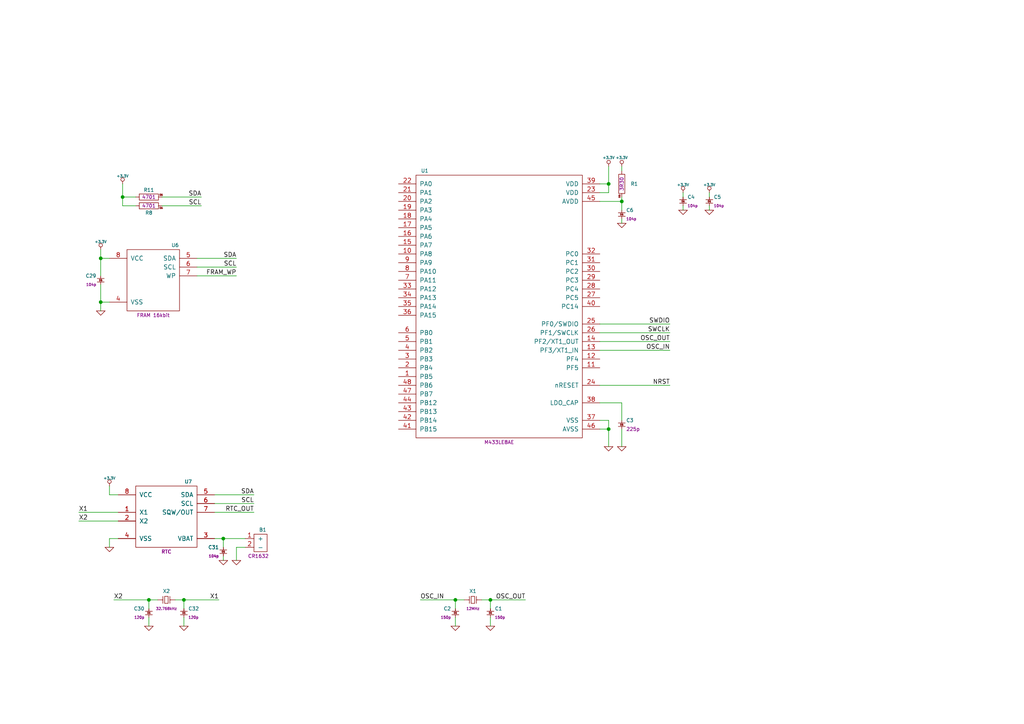
<source format=kicad_sch>
(kicad_sch (version 20231120) (generator "eeschema") (generator_version "8.0")
  (paper "A4")
  (title_block (comment 1 "See the file \"LICENSE\" in the main directory of this archive for more details.") (comment 2 "This file is subject to the terms and conditions of the MIT License.") (comment 3 "Copyright (c) 2024 Yoon-Ki Hong"))
  (lib_symbols
    (symbol "BatteryHolder:GT-CR1632-1Au" (pin_names (offset 1.016))
      (property "Reference" "B" (at -1.27 6.35 0))
      (property "#Value" "CR1632" (at 0 -1.27 0))
      (symbol "GT-CR1632-1Au_0_1"
        (rectangle (start 1.27 0) (end -2.54 5.08))
      )
      (symbol "GT-CR1632-1Au_1_1"
        (pin passive line (at 3.81 3.81 180) (length 2.54) (name "+") (number "1"))
        (pin passive line (at 3.81 1.27 180) (length 2.54) (name "-") (number "2"))
      )
    )
    (symbol "Capacitor_MLCC:0603B104K500" (pin_numbers hide) (pin_names (offset 1.016) hide)
      (property "Reference" "C" (at 1.27 1.27 0))
      (property "#Value" "104p" (at 1.27 -1.27 0))
      (symbol "0603B104K500_0_0"
        (text "06" (at 0 0 0) (effects (font (size 0.508 0.508))))
      )
      (symbol "0603B104K500_0_1"
        (polyline (pts (xy -1.016 -0.508) (xy 1.016 -0.508)))
        (polyline (pts (xy -1.016 0.508) (xy 1.016 0.508)))
        (polyline (pts (xy 0 1.27) (xy 0 0.635) (xy 0 0.635)))
      )
      (symbol "0603B104K500_1_1"
        (pin passive line (at 0 -1.27 90) (length 0.762) (name "~") (number "1"))
        (pin passive line (at 0 1.27 270) (length 0.762) (name "~") (number "2"))
      )
    )
    (symbol "Capacitor_MLCC:0603N120J500" (pin_numbers hide) (pin_names (offset 1.016) hide)
      (property "Reference" "C" (at 1.27 1.27 0))
      (property "#Value" "120p" (at 1.27 -1.27 0))
      (symbol "0603N120J500_0_0"
        (text "06" (at 0 0 0) (effects (font (size 0.508 0.508))))
      )
      (symbol "0603N120J500_0_1"
        (polyline (pts (xy -1.016 -0.508) (xy 1.016 -0.508)))
        (polyline (pts (xy -1.016 0.508) (xy 1.016 0.508)))
        (polyline (pts (xy 0 1.27) (xy 0 0.635) (xy 0 0.635)))
      )
      (symbol "0603N120J500_1_1"
        (pin passive line (at 0 -1.27 90) (length 0.762) (name "~") (number "1"))
        (pin passive line (at 0 1.27 270) (length 0.762) (name "~") (number "2"))
      )
    )
    (symbol "Capacitor_MLCC:0603N150J500" (pin_numbers hide) (pin_names (offset 1.016) hide)
      (property "Reference" "C" (at 1.27 1.27 0))
      (property "#Value" "150p" (at 1.27 -1.27 0))
      (symbol "0603N150J500_0_0"
        (text "06" (at 0 0 0) (effects (font (size 0.508 0.508))))
      )
      (symbol "0603N150J500_0_1"
        (polyline (pts (xy -1.016 -0.508) (xy 1.016 -0.508)))
        (polyline (pts (xy -1.016 0.508) (xy 1.016 0.508)))
        (polyline (pts (xy 0 1.27) (xy 0 0.635) (xy 0 0.635)))
      )
      (symbol "0603N150J500_1_1"
        (pin passive line (at 0 -1.27 90) (length 0.762) (name "~") (number "1"))
        (pin passive line (at 0 1.27 270) (length 0.762) (name "~") (number "2"))
      )
    )
    (symbol "Capacitor_MLCC:0603X225K100" (pin_numbers hide) (pin_names (offset 1.016) hide)
      (property "Reference" "C" (at 1.27 1.27 0))
      (property "#Value" "225p" (at 1.27 -1.27 0))
      (symbol "0603X225K100_0_0"
        (text "06" (at 0 0 0) (effects (font (size 0.508 0.508))))
      )
      (symbol "0603X225K100_0_1"
        (polyline (pts (xy -1.016 -0.508) (xy 1.016 -0.508)))
        (polyline (pts (xy -1.016 0.508) (xy 1.016 0.508)))
        (polyline (pts (xy 0 1.27) (xy 0 0.635) (xy 0 0.635)))
      )
      (symbol "0603X225K100_1_1"
        (pin passive line (at 0 -1.27 90) (length 0.762) (name "~") (number "1"))
        (pin passive line (at 0 1.27 270) (length 0.762) (name "~") (number "2"))
      )
    )
    (symbol "Crystal:1532H4-12000JWPDTSNL" (pin_names (offset 1.016))
      (property "Reference" "X" (at 0 2.54 0))
      (property "#Value" "12MHz" (at 0 -2.54 0))
      (symbol "1532H4-12000JWPDTSNL_0_1"
        (rectangle (start -1.27 0) (end -1.016 0))
        (rectangle (start -0.508 1.016) (end 0.508 -1.016))
        (polyline (pts (xy -1.016 1.016) (xy -1.016 -1.016)))
        (polyline (pts (xy 1.016 1.016) (xy 1.016 -1.016)))
        (rectangle (start 1.27 0) (end 1.016 0))
      )
      (symbol "1532H4-12000JWPDTSNL_1_1"
        (pin passive line (at -2.54 0 0) (length 1.27) (name "~") (number "1"))
        (pin passive line (at 2.54 0 180) (length 1.27) (name "~") (number "3"))
      )
    )
    (symbol "Crystal:XKXGI-SUA-32.768K" (pin_names (offset 1.016))
      (property "Reference" "X" (at 0 2.54 0))
      (property "#Value" "32.768kHz" (at 0 -2.54 0))
      (symbol "XKXGI-SUA-32.768K_0_1"
        (rectangle (start -1.27 0) (end -1.016 0))
        (rectangle (start -0.508 1.016) (end 0.508 -1.016))
        (polyline (pts (xy -1.016 1.016) (xy -1.016 -1.016)))
        (polyline (pts (xy 1.016 1.016) (xy 1.016 -1.016)))
        (rectangle (start 1.27 0) (end 1.016 0))
      )
      (symbol "XKXGI-SUA-32.768K_1_1"
        (pin input line (at -2.54 0 0) (length 1.27) (name "~") (number "1"))
        (pin input line (at 2.54 0 180) (length 1.27) (name "~") (number "2"))
      )
    )
    (symbol "FRAM:MB85RC16PNF-G-JNE" (pin_names (offset 1.016))
      (property "Reference" "U" (at -6.35 20.32 0))
      (property "#Value" "FRAM 16kbit" (at 0 0 0))
      (symbol "MB85RC16PNF-G-JNE_0_1"
        (rectangle (start -7.62 19.05) (end 7.62 1.27))
      )
      (symbol "MB85RC16PNF-G-JNE_1_1"
        (pin power_in line (at 12.7 3.81 180) (length 5.08) (name "VSS") (number "4"))
        (pin bidirectional line (at -12.7 16.51 0) (length 5.08) (name "SDA") (number "5"))
        (pin bidirectional line (at -12.7 13.97 0) (length 5.08) (name "SCL") (number "6"))
        (pin input line (at -12.7 11.43 0) (length 5.08) (name "WP") (number "7"))
        (pin power_in line (at 12.7 16.51 180) (length 5.08) (name "VCC") (number "8"))
      )
    )
    (symbol "MCU:M433LE8AE" (pin_names (offset 1.016))
      (property "Reference" "U" (at -21.59 78.74 0))
      (property "#Value" "M433LE8AE" (at 0 0 0))
      (symbol "M433LE8AE_0_1"
        (rectangle (start -24.13 77.47) (end 24.13 1.27))
      )
      (symbol "M433LE8AE_1_1"
        (pin bidirectional line (at -29.21 19.05 0) (length 5.08) (name "PB5") (number "1"))
        (pin bidirectional line (at -29.21 54.61 0) (length 5.08) (name "PA8") (number "10"))
        (pin bidirectional line (at 29.21 21.59 180) (length 5.08) (name "PF5") (number "11"))
        (pin bidirectional line (at 29.21 24.13 180) (length 5.08) (name "PF4") (number "12"))
        (pin input line (at 29.21 26.67 180) (length 5.08) (name "PF3/XT1_IN") (number "13"))
        (pin output line (at 29.21 29.21 180) (length 5.08) (name "PF2/XT1_OUT") (number "14"))
        (pin bidirectional line (at -29.21 57.15 0) (length 5.08) (name "PA7") (number "15"))
        (pin bidirectional line (at -29.21 59.69 0) (length 5.08) (name "PA6") (number "16"))
        (pin bidirectional line (at -29.21 62.23 0) (length 5.08) (name "PA5") (number "17"))
        (pin bidirectional line (at -29.21 64.77 0) (length 5.08) (name "PA4") (number "18"))
        (pin bidirectional line (at -29.21 67.31 0) (length 5.08) (name "PA3") (number "19"))
        (pin bidirectional line (at -29.21 21.59 0) (length 5.08) (name "PB4") (number "2"))
        (pin bidirectional line (at -29.21 69.85 0) (length 5.08) (name "PA2") (number "20"))
        (pin bidirectional line (at -29.21 72.39 0) (length 5.08) (name "PA1") (number "21"))
        (pin bidirectional line (at -29.21 74.93 0) (length 5.08) (name "PA0") (number "22"))
        (pin power_in line (at 29.21 72.39 180) (length 5.08) (name "VDD") (number "23"))
        (pin bidirectional line (at 29.21 16.51 180) (length 5.08) (name "nRESET") (number "24"))
        (pin bidirectional line (at 29.21 34.29 180) (length 5.08) (name "PF0/SWDIO") (number "25"))
        (pin input line (at 29.21 31.75 180) (length 5.08) (name "PF1/SWCLK") (number "26"))
        (pin bidirectional line (at 29.21 41.91 180) (length 5.08) (name "PC5") (number "27"))
        (pin bidirectional line (at 29.21 44.45 180) (length 5.08) (name "PC4") (number "28"))
        (pin bidirectional line (at 29.21 46.99 180) (length 5.08) (name "PC3") (number "29"))
        (pin bidirectional line (at -29.21 24.13 0) (length 5.08) (name "PB3") (number "3"))
        (pin bidirectional line (at 29.21 49.53 180) (length 5.08) (name "PC2") (number "30"))
        (pin bidirectional line (at 29.21 52.07 180) (length 5.08) (name "PC1") (number "31"))
        (pin bidirectional line (at 29.21 54.61 180) (length 5.08) (name "PC0") (number "32"))
        (pin bidirectional line (at -29.21 44.45 0) (length 5.08) (name "PA12") (number "33"))
        (pin bidirectional line (at -29.21 41.91 0) (length 5.08) (name "PA13") (number "34"))
        (pin bidirectional line (at -29.21 39.37 0) (length 5.08) (name "PA14") (number "35"))
        (pin bidirectional line (at -29.21 36.83 0) (length 5.08) (name "PA15") (number "36"))
        (pin power_in line (at 29.21 6.35 180) (length 5.08) (name "VSS") (number "37"))
        (pin passive line (at 29.21 11.43 180) (length 5.08) (name "LDO_CAP") (number "38"))
        (pin power_in line (at 29.21 74.93 180) (length 5.08) (name "VDD") (number "39"))
        (pin bidirectional line (at -29.21 26.67 0) (length 5.08) (name "PB2") (number "4"))
        (pin bidirectional line (at 29.21 39.37 180) (length 5.08) (name "PC14") (number "40"))
        (pin bidirectional line (at -29.21 3.81 0) (length 5.08) (name "PB15") (number "41"))
        (pin bidirectional line (at -29.21 6.35 0) (length 5.08) (name "PB14") (number "42"))
        (pin bidirectional line (at -29.21 8.89 0) (length 5.08) (name "PB13") (number "43"))
        (pin bidirectional line (at -29.21 11.43 0) (length 5.08) (name "PB12") (number "44"))
        (pin power_in line (at 29.21 69.85 180) (length 5.08) (name "AVDD") (number "45"))
        (pin power_in line (at 29.21 3.81 180) (length 5.08) (name "AVSS") (number "46"))
        (pin bidirectional line (at -29.21 13.97 0) (length 5.08) (name "PB7") (number "47"))
        (pin bidirectional line (at -29.21 16.51 0) (length 5.08) (name "PB6") (number "48"))
        (pin bidirectional line (at -29.21 29.21 0) (length 5.08) (name "PB1") (number "5"))
        (pin bidirectional line (at -29.21 31.75 0) (length 5.08) (name "PB0") (number "6"))
        (pin bidirectional line (at -29.21 46.99 0) (length 5.08) (name "PA11") (number "7"))
        (pin bidirectional line (at -29.21 49.53 0) (length 5.08) (name "PA10") (number "8"))
        (pin bidirectional line (at -29.21 52.07 0) (length 5.08) (name "PA9") (number "9"))
      )
    )
    (symbol "RTC:SL1307ZN+T" (pin_names (offset 1.016))
      (property "Reference" "U" (at -6.35 20.32 0))
      (property "#Value" "RTC" (at 0 0 0))
      (symbol "SL1307ZN+T_0_1"
        (rectangle (start -8.89 19.05) (end 8.89 1.27))
      )
      (symbol "SL1307ZN+T_1_1"
        (pin passive line (at 13.97 11.43 180) (length 5.08) (name "X1") (number "1"))
        (pin passive line (at 13.97 8.89 180) (length 5.08) (name "X2") (number "2"))
        (pin power_in line (at -13.97 3.81 0) (length 5.08) (name "VBAT") (number "3"))
        (pin power_in line (at 13.97 3.81 180) (length 5.08) (name "VSS") (number "4"))
        (pin bidirectional line (at -13.97 16.51 0) (length 5.08) (name "SDA") (number "5"))
        (pin bidirectional line (at -13.97 13.97 0) (length 5.08) (name "SCL") (number "6"))
        (pin open_collector line (at -13.97 11.43 0) (length 5.08) (name "SQW/OUT") (number "7"))
        (pin power_in line (at 13.97 16.51 180) (length 5.08) (name "VCC") (number "8"))
      )
    )
    (symbol "Resistor:WR06W3R30FTL" (pin_numbers hide) (pin_names (offset 0.0254))
      (property "Reference" "R" (at 0 2.032 0))
      (property "#Value" "3R30" (at 0 0 0))
      (symbol "WR06W3R30FTL_0_0"
        (text "06" (at -3.556 0.635 0) (effects (font (size 0.508 0.508))))
      )
      (symbol "WR06W3R30FTL_0_1"
        (rectangle (start -2.794 -0.889) (end 2.794 0.889))
      )
      (symbol "WR06W3R30FTL_1_1"
        (pin passive line (at -3.81 0 0) (length 1.016) (name "~") (number "1"))
        (pin passive line (at 3.81 0 180) (length 1.016) (name "~") (number "2"))
      )
    )
    (symbol "Resistor:WR06X4701FTL" (pin_numbers hide) (pin_names (offset 0.0254))
      (property "Reference" "R" (at 0 2.032 0))
      (property "#Value" "4701" (at 0 0 0))
      (symbol "WR06X4701FTL_0_0"
        (text "06" (at -3.556 0.635 0) (effects (font (size 0.508 0.508))))
      )
      (symbol "WR06X4701FTL_0_1"
        (rectangle (start -2.794 -0.889) (end 2.794 0.889))
      )
      (symbol "WR06X4701FTL_1_1"
        (pin passive line (at -3.81 0 0) (length 1.016) (name "~") (number "1"))
        (pin passive line (at 3.81 0 180) (length 1.016) (name "~") (number "2"))
      )
    )
    (symbol "power:+3.3V" (power) (pin_names (offset 1.016))
      (property "Value" "+3.3V" (at 0 2.286 0))
      (symbol "+3.3V_0_0"
        (pin power_in line (at 0 0 90) (length 0) hide (name "+3.3V") (number "1"))
      )
      (symbol "+3.3V_0_1"
        (polyline (pts (xy 0 0) (xy 0 0.762) (xy 0 0.762) (xy 0 0.762)))
        (circle (center 0 1.27) (radius 0.508))
      )
    )
    (symbol "power:GND" (power) (pin_names (offset 0))
      (symbol "GND_0_1"
        (polyline (pts (xy -1.27 0) (xy 0 -1.27) (xy 1.27 0) (xy -1.27 0)))
      )
      (symbol "GND_1_1"
        (pin power_in line (at 0 0 90) (length 0) hide (name "GND") (number "1"))
      )
    )
  )
  (junction (at 43.18 173.99))
  (junction (at 29.21 87.63))
  (junction (at 176.53 124.46))
  (junction (at 53.34 173.99))
  (junction (at 180.34 58.42))
  (junction (at 142.24 173.99))
  (junction (at 132.08 173.99))
  (junction (at 64.77 156.21))
  (junction (at 29.21 74.93))
  (junction (at 176.53 53.34))
  (junction (at 35.56 57.15))
  (wire (pts (xy 34.29 156.21) (xy 31.75 156.21)))
  (wire (pts (xy 176.53 121.92) (xy 176.53 124.46)))
  (wire (pts (xy 31.75 87.63) (xy 29.21 87.63)))
  (wire (pts (xy 132.08 173.99) (xy 134.62 173.99)))
  (wire (pts (xy 64.77 156.21) (xy 71.12 156.21)))
  (wire (pts (xy 64.77 156.21) (xy 64.77 158.75)))
  (wire (pts (xy 29.21 72.39) (xy 29.21 74.93)))
  (wire (pts (xy 62.23 148.59) (xy 73.66 148.59)))
  (wire (pts (xy 62.23 146.05) (xy 73.66 146.05)))
  (wire (pts (xy 33.02 173.99) (xy 43.18 173.99)))
  (wire (pts (xy 139.7 173.99) (xy 142.24 173.99)))
  (wire (pts (xy 173.99 53.34) (xy 176.53 53.34)))
  (wire (pts (xy 64.77 161.29) (xy 64.77 162.56)))
  (wire (pts (xy 68.58 162.56) (xy 68.58 158.75)))
  (wire (pts (xy 53.34 179.07) (xy 53.34 181.61)))
  (wire (pts (xy 173.99 116.84) (xy 180.34 116.84)))
  (wire (pts (xy 198.12 55.88) (xy 198.12 57.15)))
  (wire (pts (xy 39.37 57.15) (xy 35.56 57.15)))
  (wire (pts (xy 132.08 179.07) (xy 132.08 181.61)))
  (wire (pts (xy 43.18 173.99) (xy 45.72 173.99)))
  (wire (pts (xy 173.99 99.06) (xy 194.31 99.06)))
  (wire (pts (xy 173.99 55.88) (xy 176.53 55.88)))
  (wire (pts (xy 43.18 176.53) (xy 43.18 173.99)))
  (wire (pts (xy 35.56 57.15) (xy 35.56 59.69)))
  (wire (pts (xy 180.34 48.26) (xy 180.34 49.53)))
  (wire (pts (xy 29.21 87.63) (xy 29.21 90.17)))
  (wire (pts (xy 132.08 176.53) (xy 132.08 173.99)))
  (wire (pts (xy 31.75 74.93) (xy 29.21 74.93)))
  (wire (pts (xy 57.15 80.01) (xy 68.58 80.01)))
  (wire (pts (xy 173.99 121.92) (xy 176.53 121.92)))
  (wire (pts (xy 180.34 58.42) (xy 180.34 60.96)))
  (wire (pts (xy 50.8 173.99) (xy 53.34 173.99)))
  (wire (pts (xy 180.34 116.84) (xy 180.34 121.92)))
  (wire (pts (xy 31.75 140.97) (xy 31.75 143.51)))
  (wire (pts (xy 62.23 143.51) (xy 73.66 143.51)))
  (wire (pts (xy 35.56 53.34) (xy 35.56 57.15)))
  (wire (pts (xy 39.37 59.69) (xy 35.56 59.69)))
  (wire (pts (xy 194.31 93.98) (xy 173.99 93.98)))
  (wire (pts (xy 34.29 151.13) (xy 22.86 151.13)))
  (wire (pts (xy 176.53 48.26) (xy 176.53 53.34)))
  (wire (pts (xy 29.21 74.93) (xy 29.21 80.01)))
  (wire (pts (xy 29.21 82.55) (xy 29.21 87.63)))
  (wire (pts (xy 142.24 179.07) (xy 142.24 181.61)))
  (wire (pts (xy 53.34 173.99) (xy 53.34 176.53)))
  (wire (pts (xy 205.74 59.69) (xy 205.74 60.96)))
  (wire (pts (xy 176.53 124.46) (xy 176.53 129.54)))
  (wire (pts (xy 46.99 57.15) (xy 58.42 57.15)))
  (wire (pts (xy 176.53 53.34) (xy 176.53 55.88)))
  (wire (pts (xy 142.24 173.99) (xy 152.4 173.99)))
  (wire (pts (xy 142.24 173.99) (xy 142.24 176.53)))
  (wire (pts (xy 198.12 59.69) (xy 198.12 60.96)))
  (wire (pts (xy 205.74 55.88) (xy 205.74 57.15)))
  (wire (pts (xy 34.29 148.59) (xy 22.86 148.59)))
  (wire (pts (xy 34.29 143.51) (xy 31.75 143.51)))
  (wire (pts (xy 46.99 59.69) (xy 58.42 59.69)))
  (wire (pts (xy 68.58 158.75) (xy 71.12 158.75)))
  (wire (pts (xy 57.15 77.47) (xy 68.58 77.47)))
  (wire (pts (xy 43.18 179.07) (xy 43.18 181.61)))
  (wire (pts (xy 173.99 101.6) (xy 194.31 101.6)))
  (wire (pts (xy 173.99 111.76) (xy 194.31 111.76)))
  (wire (pts (xy 180.34 63.5) (xy 180.34 64.77)))
  (wire (pts (xy 57.15 74.93) (xy 68.58 74.93)))
  (wire (pts (xy 173.99 58.42) (xy 180.34 58.42)))
  (wire (pts (xy 121.92 173.99) (xy 132.08 173.99)))
  (wire (pts (xy 180.34 124.46) (xy 180.34 129.54)))
  (wire (pts (xy 53.34 173.99) (xy 63.5 173.99)))
  (wire (pts (xy 194.31 96.52) (xy 173.99 96.52)))
  (wire (pts (xy 31.75 156.21) (xy 31.75 158.75)))
  (wire (pts (xy 62.23 156.21) (xy 64.77 156.21)))
  (wire (pts (xy 173.99 124.46) (xy 176.53 124.46)))
  (wire (pts (xy 180.34 57.15) (xy 180.34 58.42)))
  (label "SDA" (at 68.58 74.93 180))
  (label "SCL" (at 58.42 59.69 180))
  (label "RTC_OUT" (at 73.66 148.59 180))
  (label "X2" (at 22.86 151.13 0))
  (label "OSC_OUT" (at 194.31 99.06 180))
  (label "X1" (at 63.5 173.99 180))
  (label "OSC_IN" (at 194.31 101.6 180))
  (label "SCL" (at 73.66 146.05 180))
  (label "SWCLK" (at 194.31 96.52 180))
  (label "OSC_IN" (at 121.92 173.99 0))
  (label "X2" (at 33.02 173.99 0))
  (label "SWDIO" (at 194.31 93.98 180))
  (label "SDA" (at 58.42 57.15 180))
  (label "OSC_OUT" (at 152.4 173.99 180))
  (label "FRAM_WP" (at 68.58 80.01 180))
  (label "X1" (at 22.86 148.59 0))
  (label "SCL" (at 68.58 77.47 180))
  (label "SDA" (at 73.66 143.51 180))
  (label "NRST" (at 194.31 111.76 180))
  (symbol (lib_id "power:+3.3V") (at 180.34 48.26 0) (unit 1)
    (property "Reference" "#PWR011" (effects (hide yes)))
    (property "Value" "+3.3V" (at 180.34 45.72 0) (effects (font (size 0.762 0.762))))
  )
  (symbol (lib_id "Resistor:WR06W3R30FTL") (at 180.34 53.34 90) (unit 1)
    (property "Reference" "R1" (at 182.88 53.34 90) (effects (font (size 1.016 1.016)) (justify right)))
    (property "Value" "WR06W3R30FTL" (effects (hide yes)))
    (property "Footprint" "SMR:0603" (effects (hide yes)))
    (property "Description" "3.3 Ohm ±1% 1/10W" (effects (hide yes)))
    (property "Manufacturer" "WALSIN" (effects (hide yes)))
    (property "#Value" "3R30" (at 180.34 53.34 0) (effects (font (size 1.016 1.016))))
  )
  (symbol (lib_id "Capacitor_MLCC:0603N120J500") (at 43.18 177.8 0) (mirror y) (unit 1)
    (property "Reference" "C30" (at 41.91 176.53 0) (effects (font (size 1.016 1.016)) (justify left)))
    (property "Value" "0603N120J500" (effects (hide yes)))
    (property "Footprint" "SMC:0603" (effects (hide yes)))
    (property "Description" "12pF ±5% 50V NPO" (effects (hide yes)))
    (property "Manufacturer" "WALSIN" (effects (hide yes)))
    (property "#Value" "120p" (at 41.91 179.07 0) (effects (font (size 0.762 0.762)) (justify left)))
  )
  (symbol (lib_id "power:GND") (at 43.18 181.61 0) (unit 1)
    (property "Reference" "#PWR056" (effects (hide yes)))
    (property "Value" "GND" (effects (hide yes)))
  )
  (symbol (lib_id "Capacitor_MLCC:0603B104K500") (at 205.74 58.42 0) (unit 1)
    (property "Reference" "C5" (at 207.01 57.15 0) (effects (font (size 1.016 1.016)) (justify left)))
    (property "Value" "0603B104K500" (effects (hide yes)))
    (property "Footprint" "SMC:0603" (effects (hide yes)))
    (property "Description" "100nF ±10% 50V X7R" (effects (hide yes)))
    (property "Manufacturer" "WALSIN" (effects (hide yes)))
    (property "#Value" "104p" (at 207.01 59.69 0) (effects (font (size 0.762 0.762)) (justify left)))
  )
  (symbol (lib_id "Crystal:XKXGI-SUA-32.768K") (at 48.26 173.99 0) (unit 1)
    (property "Reference" "X2" (at 48.26 171.45 0) (effects (font (size 1.016 1.016))))
    (property "Value" "XKXGI-SUA-32.768K" (effects (hide yes)))
    (property "Footprint" "CRYSTAL:SMD_3215_2Pin" (effects (hide yes)))
    (property "Description" "32.768kHz Surface Mount Crystal 12.5pF ±20ppm ±30ppm SMD3215-2P Crystals ROHS" (effects (hide yes)))
    (property "Manufacturer" "YXC Crystal Oscillators" (effects (hide yes)))
    (property "#Value" "32.768kHz" (at 48.26 176.53 0) (effects (font (size 0.762 0.762))))
  )
  (symbol (lib_id "MCU:M433LE8AE") (at 144.78 128.27 0) (unit 1)
    (property "Reference" "U1" (at 123.19 49.53 0) (effects (font (size 1.016 1.016))))
    (property "Value" "M433LE8AE" (effects (hide yes)))
    (property "Footprint" "LQFP:LQFP48" (effects (hide yes)))
    (property "Description" "ARM Cortex-M4 128kB Flash 64kB RAM 144MHz -40 to 105'C" (effects (hide yes)))
    (property "Manufacturer" "Nuvoton" (effects (hide yes)))
    (property "#Value" "M433LE8AE" (at 144.78 128.27 0) (effects (font (size 1.016 1.016))))
  )
  (symbol (lib_id "power:+3.3V") (at 176.53 48.26 0) (unit 1)
    (property "Reference" "#PWR09" (effects (hide yes)))
    (property "Value" "+3.3V" (at 176.53 45.72 0) (effects (font (size 0.762 0.762))))
  )
  (symbol (lib_id "power:+3.3V") (at 205.74 55.88 0) (unit 1)
    (property "Reference" "#PWR07" (effects (hide yes)))
    (property "Value" "+3.3V" (at 205.74 53.594 0) (effects (font (size 0.762 0.762))))
  )
  (symbol (lib_id "power:GND") (at 53.34 181.61 0) (unit 1)
    (property "Reference" "#PWR057" (effects (hide yes)))
    (property "Value" "GND" (effects (hide yes)))
  )
  (symbol (lib_id "RTC:SL1307ZN+T") (at 48.26 160.02 0) (mirror y) (unit 1)
    (property "Reference" "U7" (at 54.61 139.7 0) (effects (font (size 1.016 1.016))))
    (property "Value" "SL1307ZN+T" (effects (hide yes)))
    (property "Footprint" "SO:SOIC-8" (effects (hide yes)))
    (property "Description" "I2C SOP-8L Real Time Clocks ROHS" (effects (hide yes)))
    (property "Manufacturer" "Slkor" (effects (hide yes)))
    (property "#Value" "RTC" (at 48.26 160.02 0) (effects (font (size 1.016 1.016))))
  )
  (symbol (lib_id "power:GND") (at 132.08 181.61 0) (unit 1)
    (property "Reference" "#PWR01" (effects (hide yes)))
    (property "Value" "GND" (effects (hide yes)))
  )
  (symbol (lib_id "Capacitor_MLCC:0603B104K500") (at 180.34 62.23 0) (unit 1)
    (property "Reference" "C6" (at 181.61 60.96 0) (effects (font (size 1.016 1.016)) (justify left)))
    (property "Value" "0603B104K500" (effects (hide yes)))
    (property "Footprint" "SMC:0603" (effects (hide yes)))
    (property "Description" "100nF ±10% 50V X7R" (effects (hide yes)))
    (property "Manufacturer" "WALSIN" (effects (hide yes)))
    (property "#Value" "104p" (at 181.61 63.5 0) (effects (font (size 0.762 0.762)) (justify left)))
  )
  (symbol (lib_id "BatteryHolder:GT-CR1632-1Au") (at 74.93 160.02 0) (mirror y) (unit 1)
    (property "Reference" "B1" (at 76.2 153.67 0) (effects (font (size 1.016 1.016))))
    (property "Value" "GT-CR1632-1Au" (effects (hide yes)))
    (property "Footprint" "G-Switch:GT-CR1632-1Au" (effects (hide yes)))
    (property "Description" "Battery holder Gold -20℃~+70℃ High conductivity copper CR1632 SMD Button And Strip Battery Connector ROHS" (effects (hide yes)))
    (property "Manufacturer" "COMF" (effects (hide yes)))
    (property "#Value" "CR1632" (at 74.93 161.29 0) (effects (font (size 1.016 1.016))))
  )
  (symbol (lib_id "power:GND") (at 198.12 60.96 0) (unit 1)
    (property "Reference" "#PWR06" (effects (hide yes)))
    (property "Value" "GND" (effects (hide yes)))
  )
  (symbol (lib_id "Resistor:WR06X4701FTL") (at 43.18 59.69 180) (unit 1)
    (property "Reference" "R8" (at 43.18 61.722 0) (effects (font (size 1.016 1.016))))
    (property "Value" "WR06X4701FTL" (effects (hide yes)))
    (property "Footprint" "SMR:0603" (effects (hide yes)))
    (property "Description" "4.7 kOhm ±1% 1/10W" (effects (hide yes)))
    (property "Manufacturer" "WALSIN" (effects (hide yes)))
    (property "#Value" "4701" (at 43.18 59.69 0) (effects (font (size 1.016 1.016))))
  )
  (symbol (lib_id "Capacitor_MLCC:0603B104K500") (at 29.21 81.28 0) (mirror y) (unit 1)
    (property "Reference" "C29" (at 27.94 80.01 0) (effects (font (size 1.016 1.016)) (justify left)))
    (property "Value" "0603B104K500" (effects (hide yes)))
    (property "Footprint" "SMC:0603" (effects (hide yes)))
    (property "Description" "100nF ±10% 50V X7R" (effects (hide yes)))
    (property "Manufacturer" "WALSIN" (effects (hide yes)))
    (property "#Value" "104p" (at 27.94 82.55 0) (effects (font (size 0.762 0.762)) (justify left)))
  )
  (symbol (lib_id "power:+3.3V") (at 198.12 55.88 0) (unit 1)
    (property "Reference" "#PWR05" (effects (hide yes)))
    (property "Value" "+3.3V" (at 198.12 53.594 0) (effects (font (size 0.762 0.762))))
  )
  (symbol (lib_id "Capacitor_MLCC:0603B104K500") (at 198.12 58.42 0) (unit 1)
    (property "Reference" "C4" (at 199.39 57.15 0) (effects (font (size 1.016 1.016)) (justify left)))
    (property "Value" "0603B104K500" (effects (hide yes)))
    (property "Footprint" "SMC:0603" (effects (hide yes)))
    (property "Description" "100nF ±10% 50V X7R" (effects (hide yes)))
    (property "Manufacturer" "WALSIN" (effects (hide yes)))
    (property "#Value" "104p" (at 199.39 59.69 0) (effects (font (size 0.762 0.762)) (justify left)))
  )
  (symbol (lib_id "power:+3.3V") (at 29.21 72.39 0) (mirror y) (unit 1)
    (property "Reference" "#PWR052" (effects (hide yes)))
    (property "Value" "+3.3V" (at 29.21 70.104 0) (effects (font (size 0.762 0.762))))
  )
  (symbol (lib_id "power:+3.3V") (at 35.56 53.34 0) (unit 1)
    (property "Reference" "#PWR058" (effects (hide yes)))
    (property "Value" "+3.3V" (at 35.56 51.054 0) (effects (font (size 0.762 0.762))))
  )
  (symbol (lib_id "Capacitor_MLCC:0603N150J500") (at 132.08 177.8 0) (mirror y) (unit 1)
    (property "Reference" "C2" (at 130.81 176.53 0) (effects (font (size 1.016 1.016)) (justify left)))
    (property "Value" "0603N120J500" (effects (hide yes)))
    (property "Footprint" "SMC:0603" (effects (hide yes)))
    (property "Description" "15pF ±5% 50V NP0" (effects (hide yes)))
    (property "Manufacturer" "WALSIN" (effects (hide yes)))
    (property "#Value" "150p" (at 130.81 179.07 0) (effects (font (size 0.762 0.762)) (justify left)))
  )
  (symbol (lib_id "power:GND") (at 29.21 90.17 0) (mirror y) (unit 1)
    (property "Reference" "#PWR053" (effects (hide yes)))
    (property "Value" "GND" (effects (hide yes)))
  )
  (symbol (lib_id "Capacitor_MLCC:0603N150J500") (at 142.24 177.8 0) (unit 1)
    (property "Reference" "C1" (at 143.51 176.53 0) (effects (font (size 1.016 1.016)) (justify left)))
    (property "Value" "0603N120J500" (effects (hide yes)))
    (property "Footprint" "SMC:0603" (effects (hide yes)))
    (property "Description" "15pF ±5% 50V NP0" (effects (hide yes)))
    (property "Manufacturer" "WALSIN" (effects (hide yes)))
    (property "#Value" "150p" (at 143.51 179.07 0) (effects (font (size 0.762 0.762)) (justify left)))
  )
  (symbol (lib_id "power:+3.3V") (at 31.75 140.97 0) (unit 1)
    (property "Reference" "#PWR054" (effects (hide yes)))
    (property "Value" "+3.3V" (at 31.75 138.684 0) (effects (font (size 0.762 0.762))))
  )
  (symbol (lib_id "power:GND") (at 142.24 181.61 0) (unit 1)
    (property "Reference" "#PWR02" (effects (hide yes)))
    (property "Value" "GND" (effects (hide yes)))
  )
  (symbol (lib_id "power:GND") (at 176.53 129.54 0) (unit 1)
    (property "Reference" "#PWR03" (effects (hide yes)))
    (property "Value" "GND" (effects (hide yes)))
  )
  (symbol (lib_id "Capacitor_MLCC:0603X225K100") (at 180.34 123.19 0) (unit 1)
    (property "Reference" "C3" (at 181.61 121.92 0) (effects (font (size 1.016 1.016)) (justify left)))
    (property "Value" "0603X225K100" (effects (hide yes)))
    (property "Footprint" "Capacitor_SMD:C_0603_1608Metric_Pad1.08x0.95mm_HandSolder" (effects (hide yes)))
    (property "Description" "2.2uF 10% 10V X5R" (effects (hide yes)))
    (property "Manufacturer" "WALSIN" (effects (hide yes)))
    (property "#Value" "225p" (at 181.61 124.46 0) (effects (font (size 1.016 1.016)) (justify left)))
  )
  (symbol (lib_id "power:GND") (at 31.75 158.75 0) (unit 1)
    (property "Reference" "#PWR055" (effects (hide yes)))
    (property "Value" "GND" (effects (hide yes)))
  )
  (symbol (lib_id "power:GND") (at 180.34 64.77 0) (unit 1)
    (property "Reference" "#PWR010" (effects (hide yes)))
    (property "Value" "GND" (effects (hide yes)))
  )
  (symbol (lib_id "power:GND") (at 180.34 129.54 0) (unit 1)
    (property "Reference" "#PWR04" (effects (hide yes)))
    (property "Value" "GND" (effects (hide yes)))
  )
  (symbol (lib_id "FRAM:MB85RC16PNF-G-JNE") (at 44.45 91.44 0) (mirror y) (unit 1)
    (property "Reference" "U6" (at 50.8 71.12 0) (effects (font (size 1.016 1.016))))
    (property "Value" "MB85RC16PNF-G-JNE" (effects (hide yes)))
    (property "Footprint" "SO:SOIC-8" (effects (hide yes)))
    (property "Description" "16-kbit (2k × 8) Serial (I2C) F-RAM" (effects (hide yes)))
    (property "Manufacturer" "FUJITSU" (effects (hide yes)))
    (property "#Value" "FRAM 16kbit" (at 44.45 91.44 0) (effects (font (size 1.016 1.016))))
  )
  (symbol (lib_id "Capacitor_MLCC:0603B104K500") (at 64.77 160.02 0) (mirror y) (unit 1)
    (property "Reference" "C31" (at 63.5 158.75 0) (effects (font (size 1.016 1.016)) (justify left)))
    (property "Value" "0603B104K500" (effects (hide yes)))
    (property "Footprint" "SMC:0603" (effects (hide yes)))
    (property "Description" "100nF ±10% 50V X7R" (effects (hide yes)))
    (property "Manufacturer" "WALSIN" (effects (hide yes)))
    (property "#Value" "104p" (at 63.5 161.29 0) (effects (font (size 0.762 0.762)) (justify left)))
  )
  (symbol (lib_id "Capacitor_MLCC:0603N120J500") (at 53.34 177.8 0) (unit 1)
    (property "Reference" "C32" (at 54.61 176.53 0) (effects (font (size 1.016 1.016)) (justify left)))
    (property "Value" "0603N120J500" (effects (hide yes)))
    (property "Footprint" "SMC:0603" (effects (hide yes)))
    (property "Description" "12pF ±5% 50V NPO" (effects (hide yes)))
    (property "Manufacturer" "WALSIN" (effects (hide yes)))
    (property "#Value" "120p" (at 54.61 179.07 0) (effects (font (size 0.762 0.762)) (justify left)))
  )
  (symbol (lib_id "Resistor:WR06X4701FTL") (at 43.18 57.15 0) (mirror y) (unit 1)
    (property "Reference" "R11" (at 43.18 55.118 0) (effects (font (size 1.016 1.016))))
    (property "Value" "WR06X4701FTL" (effects (hide yes)))
    (property "Footprint" "SMR:0603" (effects (hide yes)))
    (property "Description" "4.7 kOhm ±1% 1/10W" (effects (hide yes)))
    (property "Manufacturer" "WALSIN" (effects (hide yes)))
    (property "#Value" "4701" (at 43.18 57.15 0) (effects (font (size 1.016 1.016))))
  )
  (symbol (lib_id "power:GND") (at 68.58 162.56 0) (unit 1)
    (property "Reference" "#PWR059" (effects (hide yes)))
    (property "Value" "GND" (effects (hide yes)))
  )
  (symbol (lib_id "Crystal:1532H4-12000JWPDTSNL") (at 137.16 173.99 0) (unit 1)
    (property "Reference" "X1" (at 137.16 171.45 0) (effects (font (size 1.016 1.016))))
    (property "Value" "1532H4-12000JWPDTSNL" (effects (hide yes)))
    (property "Footprint" "CRYSTAL:CRSTAL_SMD_3225-4Pin" (effects (hide yes)))
    (property "Description" "12MHz 15pF -40~85℃" (effects (hide yes)))
    (property "Manufacturer" "HCI" (effects (hide yes)))
    (property "#Value" "12MHz" (at 137.16 176.53 0) (effects (font (size 0.762 0.762))))
  )
  (symbol (lib_id "power:GND") (at 64.77 162.56 0) (mirror y) (unit 1)
    (property "Reference" "#PWR060" (effects (hide yes)))
    (property "Value" "GND" (effects (hide yes)))
  )
  (symbol (lib_id "power:GND") (at 205.74 60.96 0) (unit 1)
    (property "Reference" "#PWR08" (effects (hide yes)))
    (property "Value" "GND" (effects (hide yes)))
  )
)
</source>
